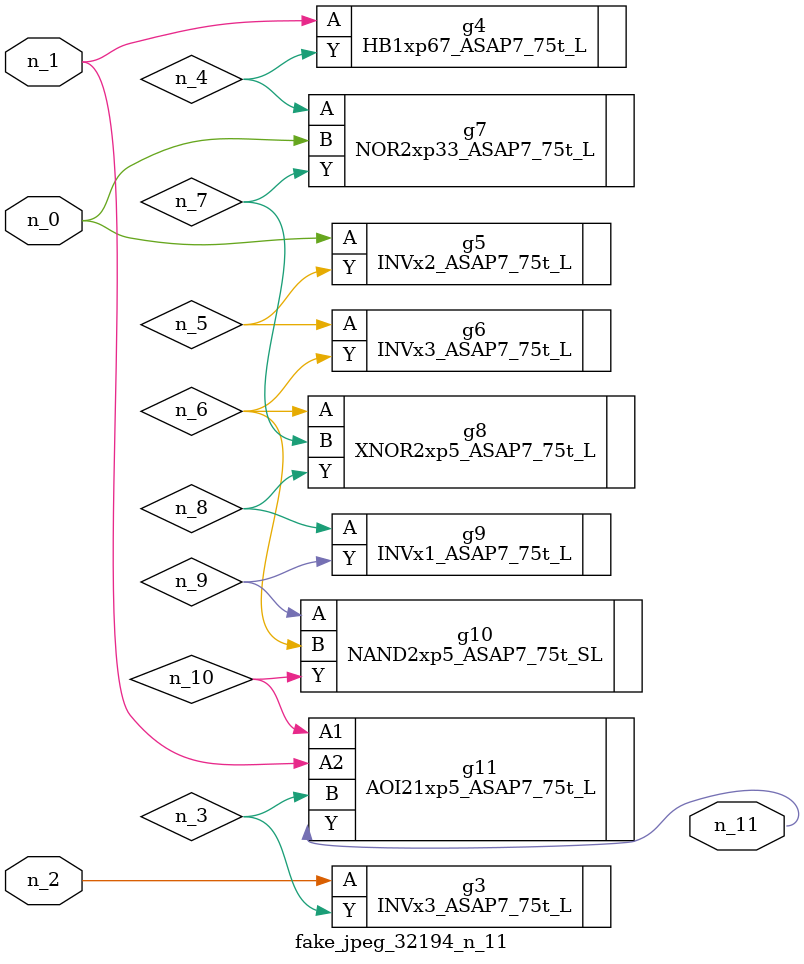
<source format=v>
module fake_jpeg_32194_n_11 (n_0, n_2, n_1, n_11);

input n_0;
input n_2;
input n_1;

output n_11;

wire n_3;
wire n_10;
wire n_4;
wire n_8;
wire n_9;
wire n_6;
wire n_5;
wire n_7;

INVx3_ASAP7_75t_L g3 ( 
.A(n_2),
.Y(n_3)
);

HB1xp67_ASAP7_75t_L g4 ( 
.A(n_1),
.Y(n_4)
);

INVx2_ASAP7_75t_L g5 ( 
.A(n_0),
.Y(n_5)
);

INVx3_ASAP7_75t_L g6 ( 
.A(n_5),
.Y(n_6)
);

XNOR2xp5_ASAP7_75t_L g8 ( 
.A(n_6),
.B(n_7),
.Y(n_8)
);

NOR2xp33_ASAP7_75t_L g7 ( 
.A(n_4),
.B(n_0),
.Y(n_7)
);

INVx1_ASAP7_75t_L g9 ( 
.A(n_8),
.Y(n_9)
);

NAND2xp5_ASAP7_75t_SL g10 ( 
.A(n_9),
.B(n_6),
.Y(n_10)
);

AOI21xp5_ASAP7_75t_L g11 ( 
.A1(n_10),
.A2(n_1),
.B(n_3),
.Y(n_11)
);


endmodule
</source>
